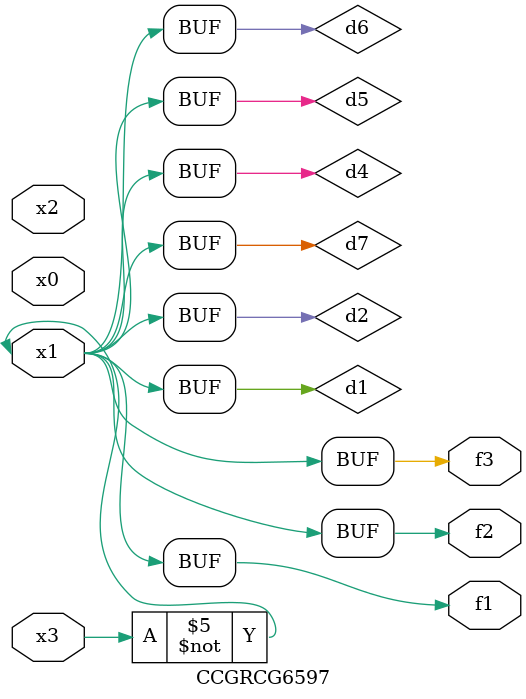
<source format=v>
module CCGRCG6597(
	input x0, x1, x2, x3,
	output f1, f2, f3
);

	wire d1, d2, d3, d4, d5, d6, d7;

	not (d1, x3);
	buf (d2, x1);
	xnor (d3, d1, d2);
	nor (d4, d1);
	buf (d5, d1, d2);
	buf (d6, d4, d5);
	nand (d7, d4);
	assign f1 = d6;
	assign f2 = d7;
	assign f3 = d6;
endmodule

</source>
